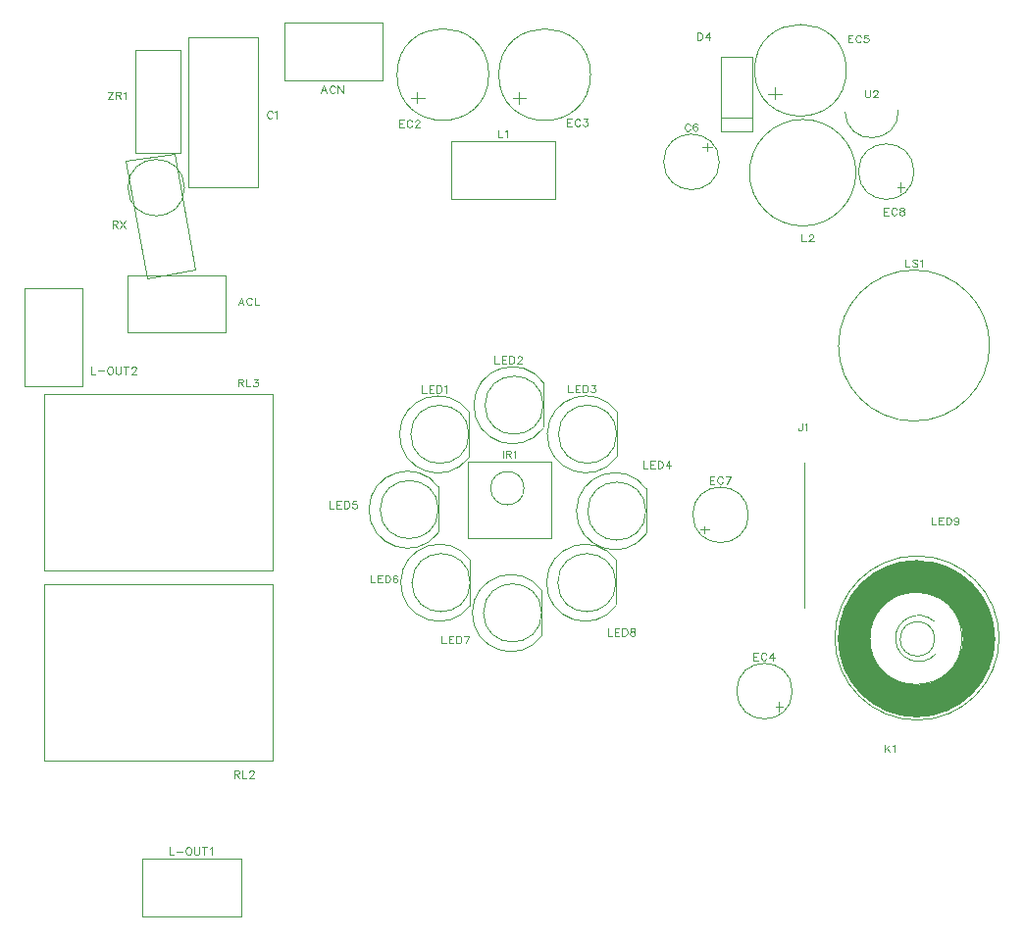
<source format=gto>
G04 Layer: TopSilkscreenLayer*
G04 EasyEDA Pro v1.8.39.fb3963, 2022-10-20 14:29:14*
G04 Gerber Generator version 0.3*
G04 Scale: 100 percent, Rotated: No, Reflected: No*
G04 Dimensions in millimeters*
G04 Leading zeros omitted, absolute positions, 4 integers and 2 decimals*
%FSLAX42Y42*%
%MOMM*%
%ADD10C,0.1*%
%ADD11C,2.799999*%
G75*


G04 Text Start*
G04 //text: K1*
G54D10*
G01X101298Y58122D02*
G01X101298Y58057D01*
G01X101341Y58122D02*
G01X101298Y58079D01*
G01X101313Y58094D02*
G01X101341Y58057D01*
G01X101365Y58110D02*
G01X101371Y58113D01*
G01X101381Y58122D01*
G01Y58057D01*
G04 //text: D4*
G01X99678Y64272D02*
G01X99678Y64207D01*
G01X99678Y64272D02*
G01X99699Y64272D01*
G01X99708Y64269D01*
G01X99715Y64263D01*
G01X99718Y64256D01*
G01X99721Y64247D01*
G01Y64232D01*
G01X99718Y64223D01*
G01X99715Y64217D01*
G01X99708Y64211D01*
G01X99699Y64207D01*
G01X99678D01*
G01X99776Y64272D02*
G01X99745Y64229D01*
G01X99791D01*
G01X99776Y64272D02*
G01X99776Y64207D01*
G04 //text: IR1*
G01X98000Y60661D02*
G01X98000Y60597D01*
G01X98025Y60661D02*
G01X98025Y60597D01*
G01X98025Y60661D02*
G01X98052Y60661D01*
G01X98061Y60658D01*
G01X98064Y60655D01*
G01X98067Y60649D01*
G01Y60643D01*
G01X98064Y60636D01*
G01X98061Y60633D01*
G01X98052Y60630D01*
G01X98025D01*
G01X98046Y60630D02*
G01X98067Y60597D01*
G01X98092Y60649D02*
G01X98098Y60652D01*
G01X98107Y60661D01*
G01Y60597D01*
G04 //text: LED9*
G01X101699Y60087D02*
G01X101699Y60022D01*
G01X101699Y60022D02*
G01X101736Y60022D01*
G01X101760Y60087D02*
G01X101760Y60022D01*
G01X101760Y60087D02*
G01X101800Y60087D01*
G01X101760Y60056D02*
G01X101785Y60056D01*
G01X101760Y60022D02*
G01X101800Y60022D01*
G01X101825Y60087D02*
G01X101825Y60022D01*
G01X101825Y60087D02*
G01X101846Y60087D01*
G01X101855Y60084D01*
G01X101861Y60078D01*
G01X101865Y60071D01*
G01X101868Y60062D01*
G01Y60047D01*
G01X101865Y60038D01*
G01X101861Y60032D01*
G01X101855Y60026D01*
G01X101846Y60022D01*
G01X101825D01*
G01X101932Y60065D02*
G01X101929Y60056D01*
G01X101923Y60050D01*
G01X101914Y60047D01*
G01X101911D01*
G01X101902Y60050D01*
G01X101895Y60056D01*
G01X101892Y60065D01*
G01Y60068D01*
G01X101895Y60078D01*
G01X101902Y60084D01*
G01X101911Y60087D01*
G01X101914D01*
G01X101923Y60084D01*
G01X101929Y60078D01*
G01X101932Y60065D01*
G01Y60050D01*
G01X101929Y60035D01*
G01X101923Y60026D01*
G01X101914Y60022D01*
G01X101908D01*
G01X101899Y60026D01*
G01X101895Y60032D01*
G04 //text: LS1*
G01X101473Y62313D02*
G01X101473Y62249D01*
G01X101473Y62249D02*
G01X101510Y62249D01*
G01X101578Y62304D02*
G01X101571Y62310D01*
G01X101562Y62313D01*
G01X101550D01*
G01X101541Y62310D01*
G01X101535Y62304D01*
G01Y62298D01*
G01X101538Y62292D01*
G01X101541Y62289D01*
G01X101547Y62286D01*
G01X101565Y62280D01*
G01X101571Y62277D01*
G01X101574Y62273D01*
G01X101578Y62267D01*
G01Y62258D01*
G01X101571Y62252D01*
G01X101562Y62249D01*
G01X101550D01*
G01X101541Y62252D01*
G01X101535Y62258D01*
G01X101602Y62301D02*
G01X101608Y62304D01*
G01X101617Y62313D01*
G01Y62249D01*
G04 //text: J1*
G01X100581Y60897D02*
G01X100581Y60848D01*
G01X100578Y60839D01*
G01X100575Y60836D01*
G01X100569Y60833D01*
G01X100563D01*
G01X100557Y60836D01*
G01X100554Y60839D01*
G01X100551Y60848D01*
G01Y60854D01*
G01X100606Y60885D02*
G01X100612Y60888D01*
G01X100621Y60897D01*
G01Y60833D01*
G04 //text: RL2*
G01X95681Y57899D02*
G01X95681Y57835D01*
G01X95681Y57899D02*
G01X95708Y57899D01*
G01X95718Y57896D01*
G01X95721Y57893D01*
G01X95724Y57887D01*
G01Y57881D01*
G01X95721Y57875D01*
G01X95718Y57872D01*
G01X95708Y57868D01*
G01X95681D01*
G01X95702Y57868D02*
G01X95724Y57835D01*
G01X95748Y57899D02*
G01X95748Y57835D01*
G01X95748Y57835D02*
G01X95785Y57835D01*
G01X95813Y57884D02*
G01X95813Y57887D01*
G01X95816Y57893D01*
G01X95819Y57896D01*
G01X95825Y57899D01*
G01X95837D01*
G01X95843Y57896D01*
G01X95847Y57893D01*
G01X95850Y57887D01*
G01Y57881D01*
G01X95847Y57875D01*
G01X95840Y57865D01*
G01X95810Y57835D01*
G01X95853D01*
G04 //text: RL3*
G01X95714Y61279D02*
G01X95714Y61215D01*
G01X95714Y61279D02*
G01X95741Y61279D01*
G01X95750Y61276D01*
G01X95753Y61273D01*
G01X95756Y61267D01*
G01Y61261D01*
G01X95753Y61255D01*
G01X95750Y61252D01*
G01X95741Y61248D01*
G01X95714D01*
G01X95735Y61248D02*
G01X95756Y61215D01*
G01X95781Y61279D02*
G01X95781Y61215D01*
G01X95781Y61215D02*
G01X95818Y61215D01*
G01X95848Y61279D02*
G01X95882Y61279D01*
G01X95864Y61255D01*
G01X95873D01*
G01X95879Y61252D01*
G01X95882Y61248D01*
G01X95885Y61239D01*
G01Y61233D01*
G01X95882Y61224D01*
G01X95876Y61218D01*
G01X95867Y61215D01*
G01X95858D01*
G01X95848Y61218D01*
G01X95845Y61221D01*
G01X95842Y61227D01*
G04 //text: EC7*
G01X99786Y60439D02*
G01X99786Y60375D01*
G01X99786Y60439D02*
G01X99826Y60439D01*
G01X99786Y60408D02*
G01X99810Y60408D01*
G01X99786Y60375D02*
G01X99826Y60375D01*
G01X99896Y60424D02*
G01X99893Y60430D01*
G01X99887Y60436D01*
G01X99881Y60439D01*
G01X99869D01*
G01X99863Y60436D01*
G01X99856Y60430D01*
G01X99853Y60424D01*
G01X99850Y60414D01*
G01Y60399D01*
G01X99853Y60390D01*
G01X99856Y60384D01*
G01X99863Y60378D01*
G01X99869Y60375D01*
G01X99881D01*
G01X99887Y60378D01*
G01X99893Y60384D01*
G01X99896Y60390D01*
G01X99964Y60439D02*
G01X99933Y60375D01*
G01X99921Y60439D02*
G01X99964Y60439D01*
G04 //text: EC4*
G01X100164Y58916D02*
G01X100164Y58851D01*
G01X100164Y58916D02*
G01X100204Y58916D01*
G01X100164Y58885D02*
G01X100188Y58885D01*
G01X100164Y58851D02*
G01X100204Y58851D01*
G01X100274Y58901D02*
G01X100271Y58907D01*
G01X100265Y58913D01*
G01X100259Y58916D01*
G01X100247D01*
G01X100241Y58913D01*
G01X100234Y58907D01*
G01X100231Y58901D01*
G01X100228Y58891D01*
G01Y58876D01*
G01X100231Y58867D01*
G01X100234Y58861D01*
G01X100241Y58855D01*
G01X100247Y58851D01*
G01X100259D01*
G01X100265Y58855D01*
G01X100271Y58861D01*
G01X100274Y58867D01*
G01X100330Y58916D02*
G01X100299Y58873D01*
G01X100345D01*
G01X100330Y58916D02*
G01X100330Y58851D01*
G04 //text: EC8*
G01X101289Y62759D02*
G01X101289Y62695D01*
G01X101289Y62759D02*
G01X101328Y62759D01*
G01X101289Y62728D02*
G01X101313Y62728D01*
G01X101289Y62695D02*
G01X101328Y62695D01*
G01X101399Y62744D02*
G01X101396Y62750D01*
G01X101390Y62756D01*
G01X101384Y62759D01*
G01X101371D01*
G01X101365Y62756D01*
G01X101359Y62750D01*
G01X101356Y62744D01*
G01X101353Y62735D01*
G01Y62719D01*
G01X101356Y62710D01*
G01X101359Y62704D01*
G01X101365Y62698D01*
G01X101371Y62695D01*
G01X101384D01*
G01X101390Y62698D01*
G01X101396Y62704D01*
G01X101399Y62710D01*
G01X101439Y62759D02*
G01X101430Y62756D01*
G01X101426Y62750D01*
G01Y62744D01*
G01X101430Y62738D01*
G01X101436Y62735D01*
G01X101448Y62732D01*
G01X101457Y62728D01*
G01X101463Y62722D01*
G01X101466Y62716D01*
G01Y62707D01*
G01X101463Y62701D01*
G01X101460Y62698D01*
G01X101451Y62695D01*
G01X101439D01*
G01X101430Y62698D01*
G01X101426Y62701D01*
G01X101423Y62707D01*
G01Y62716D01*
G01X101426Y62722D01*
G01X101433Y62728D01*
G01X101442Y62732D01*
G01X101454Y62735D01*
G01X101460Y62738D01*
G01X101463Y62744D01*
G01Y62750D01*
G01X101460Y62756D01*
G01X101451Y62759D01*
G01X101439D01*
G04 //text: LED5*
G01X96504Y60227D02*
G01X96504Y60162D01*
G01X96504Y60162D02*
G01X96541Y60162D01*
G01X96565Y60227D02*
G01X96565Y60162D01*
G01X96565Y60227D02*
G01X96605Y60227D01*
G01X96565Y60196D02*
G01X96590Y60196D01*
G01X96565Y60162D02*
G01X96605Y60162D01*
G01X96630Y60227D02*
G01X96630Y60162D01*
G01X96630Y60227D02*
G01X96651Y60227D01*
G01X96660Y60224D01*
G01X96666Y60218D01*
G01X96670Y60211D01*
G01X96673Y60202D01*
G01Y60187D01*
G01X96670Y60178D01*
G01X96666Y60172D01*
G01X96660Y60166D01*
G01X96651Y60162D01*
G01X96630D01*
G01X96734Y60227D02*
G01X96704Y60227D01*
G01X96700Y60199D01*
G01X96704Y60202D01*
G01X96713Y60205D01*
G01X96722D01*
G01X96731Y60202D01*
G01X96737Y60196D01*
G01X96740Y60187D01*
G01Y60181D01*
G01X96737Y60172D01*
G01X96731Y60166D01*
G01X96722Y60162D01*
G01X96713D01*
G01X96704Y60166D01*
G01X96700Y60169D01*
G01X96697Y60175D01*
G04 //text: LED6*
G01X96857Y59587D02*
G01X96857Y59522D01*
G01X96857Y59522D02*
G01X96893Y59522D01*
G01X96918Y59587D02*
G01X96918Y59522D01*
G01X96918Y59587D02*
G01X96958Y59587D01*
G01X96918Y59556D02*
G01X96942Y59556D01*
G01X96918Y59522D02*
G01X96958Y59522D01*
G01X96982Y59587D02*
G01X96982Y59522D01*
G01X96982Y59587D02*
G01X97004Y59587D01*
G01X97013Y59584D01*
G01X97019Y59578D01*
G01X97022Y59571D01*
G01X97025Y59562D01*
G01Y59547D01*
G01X97022Y59538D01*
G01X97019Y59532D01*
G01X97013Y59526D01*
G01X97004Y59522D01*
G01X96982D01*
G01X97087Y59578D02*
G01X97083Y59584D01*
G01X97074Y59587D01*
G01X97068D01*
G01X97059Y59584D01*
G01X97053Y59575D01*
G01X97050Y59559D01*
G01Y59544D01*
G01X97053Y59532D01*
G01X97059Y59526D01*
G01X97068Y59522D01*
G01X97071D01*
G01X97080Y59526D01*
G01X97087Y59532D01*
G01X97090Y59541D01*
G01Y59544D01*
G01X97087Y59553D01*
G01X97080Y59559D01*
G01X97071Y59562D01*
G01X97068D01*
G01X97059Y59559D01*
G01X97053Y59553D01*
G01X97050Y59544D01*
G04 //text: LED7*
G01X97472Y59062D02*
G01X97472Y58997D01*
G01X97472Y58997D02*
G01X97508Y58997D01*
G01X97533Y59062D02*
G01X97533Y58997D01*
G01X97533Y59062D02*
G01X97573Y59062D01*
G01X97533Y59031D02*
G01X97557Y59031D01*
G01X97533Y58997D02*
G01X97573Y58997D01*
G01X97597Y59062D02*
G01X97597Y58997D01*
G01X97597Y59062D02*
G01X97619Y59062D01*
G01X97628Y59059D01*
G01X97634Y59053D01*
G01X97637Y59046D01*
G01X97640Y59037D01*
G01Y59022D01*
G01X97637Y59013D01*
G01X97634Y59007D01*
G01X97628Y59001D01*
G01X97619Y58997D01*
G01X97597D01*
G01X97708Y59062D02*
G01X97677Y58997D01*
G01X97665Y59062D02*
G01X97708Y59062D01*
G04 //text: LED8*
G01X98904Y59127D02*
G01X98904Y59062D01*
G01X98904Y59062D02*
G01X98941Y59062D01*
G01X98965Y59127D02*
G01X98965Y59062D01*
G01X98965Y59127D02*
G01X99005Y59127D01*
G01X98965Y59096D02*
G01X98990Y59096D01*
G01X98965Y59062D02*
G01X99005Y59062D01*
G01X99030Y59127D02*
G01X99030Y59062D01*
G01X99030Y59127D02*
G01X99051Y59127D01*
G01X99060Y59124D01*
G01X99066Y59118D01*
G01X99070Y59111D01*
G01X99073Y59102D01*
G01Y59087D01*
G01X99070Y59078D01*
G01X99066Y59072D01*
G01X99060Y59066D01*
G01X99051Y59062D01*
G01X99030D01*
G01X99113Y59127D02*
G01X99104Y59124D01*
G01X99100Y59118D01*
G01Y59111D01*
G01X99104Y59105D01*
G01X99110Y59102D01*
G01X99122Y59099D01*
G01X99131Y59096D01*
G01X99137Y59090D01*
G01X99140Y59084D01*
G01Y59075D01*
G01X99137Y59069D01*
G01X99134Y59066D01*
G01X99125Y59062D01*
G01X99113D01*
G01X99104Y59066D01*
G01X99100Y59069D01*
G01X99097Y59075D01*
G01Y59084D01*
G01X99100Y59090D01*
G01X99107Y59096D01*
G01X99116Y59099D01*
G01X99128Y59102D01*
G01X99134Y59105D01*
G01X99137Y59111D01*
G01Y59118D01*
G01X99134Y59124D01*
G01X99125Y59127D01*
G01X99113D01*
G04 //text: LED4*
G01X99212Y60572D02*
G01X99212Y60507D01*
G01X99212Y60507D02*
G01X99248Y60507D01*
G01X99273Y60572D02*
G01X99273Y60507D01*
G01X99273Y60572D02*
G01X99313Y60572D01*
G01X99273Y60541D02*
G01X99297Y60541D01*
G01X99273Y60507D02*
G01X99313Y60507D01*
G01X99337Y60572D02*
G01X99337Y60507D01*
G01X99337Y60572D02*
G01X99359Y60572D01*
G01X99368Y60569D01*
G01X99374Y60563D01*
G01X99377Y60556D01*
G01X99380Y60547D01*
G01Y60532D01*
G01X99377Y60523D01*
G01X99374Y60517D01*
G01X99368Y60511D01*
G01X99359Y60507D01*
G01X99337D01*
G01X99435Y60572D02*
G01X99405Y60529D01*
G01X99451D01*
G01X99435Y60572D02*
G01X99435Y60507D01*
G04 //text: LED3*
G01X98563Y61227D02*
G01X98563Y61163D01*
G01X98563Y61163D02*
G01X98600Y61163D01*
G01X98625Y61227D02*
G01X98625Y61163D01*
G01X98625Y61227D02*
G01X98664Y61227D01*
G01X98625Y61196D02*
G01X98649Y61196D01*
G01X98625Y61163D02*
G01X98664Y61163D01*
G01X98689Y61227D02*
G01X98689Y61163D01*
G01X98689Y61227D02*
G01X98710Y61227D01*
G01X98720Y61224D01*
G01X98726Y61218D01*
G01X98729Y61212D01*
G01X98732Y61202D01*
G01Y61187D01*
G01X98729Y61178D01*
G01X98726Y61172D01*
G01X98720Y61166D01*
G01X98710Y61163D01*
G01X98689D01*
G01X98763Y61227D02*
G01X98796Y61227D01*
G01X98778Y61202D01*
G01X98787D01*
G01X98793Y61199D01*
G01X98796Y61196D01*
G01X98799Y61187D01*
G01Y61181D01*
G01X98796Y61172D01*
G01X98790Y61166D01*
G01X98781Y61163D01*
G01X98772D01*
G01X98763Y61166D01*
G01X98760Y61169D01*
G01X98757Y61175D01*
G04 //text: LED2*
G01X97929Y61478D02*
G01X97929Y61414D01*
G01X97929Y61414D02*
G01X97966Y61414D01*
G01X97990Y61478D02*
G01X97990Y61414D01*
G01X97990Y61478D02*
G01X98030Y61478D01*
G01X97990Y61448D02*
G01X98015Y61448D01*
G01X97990Y61414D02*
G01X98030Y61414D01*
G01X98055Y61478D02*
G01X98055Y61414D01*
G01X98055Y61478D02*
G01X98076Y61478D01*
G01X98085Y61475D01*
G01X98092Y61469D01*
G01X98095Y61463D01*
G01X98098Y61454D01*
G01Y61438D01*
G01X98095Y61429D01*
G01X98092Y61423D01*
G01X98085Y61417D01*
G01X98076Y61414D01*
G01X98055D01*
G01X98126Y61463D02*
G01X98126Y61466D01*
G01X98129Y61472D01*
G01X98132Y61475D01*
G01X98138Y61478D01*
G01X98150D01*
G01X98156Y61475D01*
G01X98159Y61472D01*
G01X98162Y61466D01*
G01Y61460D01*
G01X98159Y61454D01*
G01X98153Y61444D01*
G01X98123Y61414D01*
G01X98165D01*
G04 //text: LED1*
G01X97302Y61226D02*
G01X97302Y61162D01*
G01X97302Y61162D02*
G01X97338Y61162D01*
G01X97363Y61226D02*
G01X97363Y61162D01*
G01X97363Y61226D02*
G01X97403Y61226D01*
G01X97363Y61195D02*
G01X97388Y61195D01*
G01X97363Y61162D02*
G01X97403Y61162D01*
G01X97427Y61226D02*
G01X97427Y61162D01*
G01X97427Y61226D02*
G01X97449Y61226D01*
G01X97458Y61223D01*
G01X97464Y61217D01*
G01X97467Y61211D01*
G01X97470Y61202D01*
G01Y61186D01*
G01X97467Y61177D01*
G01X97464Y61171D01*
G01X97458Y61165D01*
G01X97449Y61162D01*
G01X97427D01*
G01X97495Y61214D02*
G01X97501Y61217D01*
G01X97510Y61226D01*
G01Y61162D01*
G04 //text: L2*
G01X100578Y62532D02*
G01X100578Y62467D01*
G01X100578Y62467D02*
G01X100615Y62467D01*
G01X100642Y62516D02*
G01X100642Y62520D01*
G01X100645Y62526D01*
G01X100648Y62529D01*
G01X100655Y62532D01*
G01X100667D01*
G01X100673Y62529D01*
G01X100676Y62526D01*
G01X100679Y62520D01*
G01Y62513D01*
G01X100676Y62507D01*
G01X100670Y62498D01*
G01X100639Y62467D01*
G01X100682D01*
G04 //text: U2*
G01X101127Y63776D02*
G01X101127Y63730D01*
G01X101130Y63721D01*
G01X101136Y63715D01*
G01X101145Y63712D01*
G01X101151D01*
G01X101160Y63715D01*
G01X101166Y63721D01*
G01X101169Y63730D01*
G01Y63776D01*
G01X101197Y63761D02*
G01X101197Y63764D01*
G01X101200Y63770D01*
G01X101203Y63773D01*
G01X101209Y63776D01*
G01X101222D01*
G01X101228Y63773D01*
G01X101231Y63770D01*
G01X101234Y63764D01*
G01Y63757D01*
G01X101231Y63751D01*
G01X101225Y63742D01*
G01X101194Y63712D01*
G01X101237D01*
G04 //text: C6*
G01X99615Y63472D02*
G01X99612Y63479D01*
G01X99606Y63485D01*
G01X99600Y63488D01*
G01X99588D01*
G01X99582Y63485D01*
G01X99576Y63479D01*
G01X99573Y63472D01*
G01X99570Y63463D01*
G01Y63448D01*
G01X99573Y63439D01*
G01X99576Y63433D01*
G01X99582Y63426D01*
G01X99588Y63423D01*
G01X99600D01*
G01X99606Y63426D01*
G01X99612Y63433D01*
G01X99615Y63439D01*
G01X99677Y63479D02*
G01X99674Y63485D01*
G01X99665Y63488D01*
G01X99658D01*
G01X99649Y63485D01*
G01X99643Y63476D01*
G01X99640Y63460D01*
G01Y63445D01*
G01X99643Y63433D01*
G01X99649Y63426D01*
G01X99658Y63423D01*
G01X99661D01*
G01X99671Y63426D01*
G01X99677Y63433D01*
G01X99680Y63442D01*
G01Y63445D01*
G01X99677Y63454D01*
G01X99671Y63460D01*
G01X99661Y63463D01*
G01X99658D01*
G01X99649Y63460D01*
G01X99643Y63454D01*
G01X99640Y63445D01*
G04 //text: L1*
G01X97956Y63429D02*
G01X97956Y63365D01*
G01X97956Y63365D02*
G01X97992Y63365D01*
G01X98017Y63417D02*
G01X98023Y63420D01*
G01X98033Y63429D01*
G01Y63365D01*
G04 //text: EC5*
G01X100979Y64252D02*
G01X100979Y64187D01*
G01X100979Y64252D02*
G01X101018Y64252D01*
G01X100979Y64221D02*
G01X101003Y64221D01*
G01X100979Y64187D02*
G01X101018Y64187D01*
G01X101089Y64236D02*
G01X101086Y64243D01*
G01X101080Y64249D01*
G01X101074Y64252D01*
G01X101061D01*
G01X101055Y64249D01*
G01X101049Y64243D01*
G01X101046Y64236D01*
G01X101043Y64227D01*
G01Y64212D01*
G01X101046Y64203D01*
G01X101049Y64197D01*
G01X101055Y64191D01*
G01X101061Y64187D01*
G01X101074D01*
G01X101080Y64191D01*
G01X101086Y64197D01*
G01X101089Y64203D01*
G01X101150Y64252D02*
G01X101120Y64252D01*
G01X101116Y64224D01*
G01X101120Y64227D01*
G01X101129Y64230D01*
G01X101138D01*
G01X101147Y64227D01*
G01X101153Y64221D01*
G01X101156Y64212D01*
G01Y64206D01*
G01X101153Y64197D01*
G01X101147Y64191D01*
G01X101138Y64187D01*
G01X101129D01*
G01X101120Y64191D01*
G01X101116Y64194D01*
G01X101113Y64200D01*
G04 //text: EC3*
G01X98556Y63527D02*
G01X98556Y63462D01*
G01X98556Y63527D02*
G01X98596Y63527D01*
G01X98556Y63496D02*
G01X98580Y63496D01*
G01X98556Y63462D02*
G01X98596Y63462D01*
G01X98666Y63511D02*
G01X98663Y63518D01*
G01X98657Y63524D01*
G01X98651Y63527D01*
G01X98639D01*
G01X98633Y63524D01*
G01X98626Y63518D01*
G01X98623Y63511D01*
G01X98620Y63502D01*
G01Y63487D01*
G01X98623Y63478D01*
G01X98626Y63472D01*
G01X98633Y63466D01*
G01X98639Y63462D01*
G01X98651D01*
G01X98657Y63466D01*
G01X98663Y63472D01*
G01X98666Y63478D01*
G01X98697Y63527D02*
G01X98731Y63527D01*
G01X98712Y63502D01*
G01X98722D01*
G01X98728Y63499D01*
G01X98731Y63496D01*
G01X98734Y63487D01*
G01Y63481D01*
G01X98731Y63472D01*
G01X98725Y63466D01*
G01X98715Y63462D01*
G01X98706D01*
G01X98697Y63466D01*
G01X98694Y63469D01*
G01X98691Y63475D01*
G04 //text: EC2*
G01X97104Y63519D02*
G01X97104Y63455D01*
G01X97104Y63519D02*
G01X97143Y63519D01*
G01X97104Y63488D02*
G01X97128Y63488D01*
G01X97104Y63455D02*
G01X97143Y63455D01*
G01X97214Y63504D02*
G01X97211Y63510D01*
G01X97205Y63516D01*
G01X97199Y63519D01*
G01X97186D01*
G01X97180Y63516D01*
G01X97174Y63510D01*
G01X97171Y63504D01*
G01X97168Y63495D01*
G01Y63479D01*
G01X97171Y63470D01*
G01X97174Y63464D01*
G01X97180Y63458D01*
G01X97186Y63455D01*
G01X97199D01*
G01X97205Y63458D01*
G01X97211Y63464D01*
G01X97214Y63470D01*
G01X97241Y63504D02*
G01X97241Y63507D01*
G01X97245Y63513D01*
G01X97248Y63516D01*
G01X97254Y63519D01*
G01X97266D01*
G01X97272Y63516D01*
G01X97275Y63513D01*
G01X97278Y63507D01*
G01Y63501D01*
G01X97275Y63495D01*
G01X97269Y63485D01*
G01X97238Y63455D01*
G01X97281D01*
G04 //text: RX*
G01X94628Y62649D02*
G01X94628Y62585D01*
G01X94628Y62649D02*
G01X94655Y62649D01*
G01X94665Y62646D01*
G01X94668Y62643D01*
G01X94671Y62637D01*
G01Y62631D01*
G01X94668Y62625D01*
G01X94665Y62622D01*
G01X94655Y62618D01*
G01X94628D01*
G01X94649Y62618D02*
G01X94671Y62585D01*
G01X94695Y62649D02*
G01X94738Y62585D01*
G01X94738Y62649D02*
G01X94695Y62585D01*
G04 //text: ACL*
G01X95738Y61984D02*
G01X95714Y61920D01*
G01X95738Y61984D02*
G01X95762Y61920D01*
G01X95723Y61941D02*
G01X95753Y61941D01*
G01X95833Y61969D02*
G01X95830Y61975D01*
G01X95824Y61981D01*
G01X95818Y61984D01*
G01X95806D01*
G01X95799Y61981D01*
G01X95793Y61975D01*
G01X95790Y61969D01*
G01X95787Y61960D01*
G01Y61944D01*
G01X95790Y61935D01*
G01X95793Y61929D01*
G01X95799Y61923D01*
G01X95806Y61920D01*
G01X95818D01*
G01X95824Y61923D01*
G01X95830Y61929D01*
G01X95833Y61935D01*
G01X95858Y61984D02*
G01X95858Y61920D01*
G01X95858Y61920D02*
G01X95894Y61920D01*
G04 //text: L-OUT1*
G01X95120Y57235D02*
G01X95120Y57170D01*
G01X95120Y57170D02*
G01X95156Y57170D01*
G01X95181Y57198D02*
G01X95236Y57198D01*
G01X95279Y57235D02*
G01X95273Y57232D01*
G01X95267Y57226D01*
G01X95264Y57219D01*
G01X95260Y57210D01*
G01Y57195D01*
G01X95264Y57186D01*
G01X95267Y57180D01*
G01X95273Y57173D01*
G01X95279Y57170D01*
G01X95291D01*
G01X95297Y57173D01*
G01X95303Y57180D01*
G01X95306Y57186D01*
G01X95309Y57195D01*
G01Y57210D01*
G01X95306Y57219D01*
G01X95303Y57226D01*
G01X95297Y57232D01*
G01X95291Y57235D01*
G01X95279D01*
G01X95334Y57235D02*
G01X95334Y57189D01*
G01X95337Y57180D01*
G01X95343Y57173D01*
G01X95352Y57170D01*
G01X95359D01*
G01X95368Y57173D01*
G01X95374Y57180D01*
G01X95377Y57189D01*
G01Y57235D01*
G01X95423Y57235D02*
G01X95423Y57170D01*
G01X95402Y57235D02*
G01X95444Y57235D01*
G01X95469Y57223D02*
G01X95475Y57226D01*
G01X95485Y57235D01*
G01Y57170D01*
G04 //text: L-OUT2*
G01X94443Y61387D02*
G01X94443Y61322D01*
G01X94443Y61322D02*
G01X94479Y61322D01*
G01X94504Y61350D02*
G01X94559Y61350D01*
G01X94602Y61387D02*
G01X94596Y61384D01*
G01X94590Y61378D01*
G01X94587Y61371D01*
G01X94584Y61362D01*
G01Y61347D01*
G01X94587Y61338D01*
G01X94590Y61332D01*
G01X94596Y61326D01*
G01X94602Y61322D01*
G01X94614D01*
G01X94621Y61326D01*
G01X94627Y61332D01*
G01X94630Y61338D01*
G01X94633Y61347D01*
G01Y61362D01*
G01X94630Y61371D01*
G01X94627Y61378D01*
G01X94621Y61384D01*
G01X94614Y61387D01*
G01X94602D01*
G01X94657Y61387D02*
G01X94657Y61341D01*
G01X94660Y61332D01*
G01X94667Y61326D01*
G01X94676Y61322D01*
G01X94682D01*
G01X94691Y61326D01*
G01X94697Y61332D01*
G01X94700Y61341D01*
G01Y61387D01*
G01X94746Y61387D02*
G01X94746Y61322D01*
G01X94725Y61387D02*
G01X94768Y61387D01*
G01X94795Y61371D02*
G01X94795Y61375D01*
G01X94799Y61381D01*
G01X94802Y61384D01*
G01X94808Y61387D01*
G01X94820D01*
G01X94826Y61384D01*
G01X94829Y61381D01*
G01X94832Y61375D01*
G01Y61368D01*
G01X94829Y61362D01*
G01X94823Y61353D01*
G01X94792Y61322D01*
G01X94835D01*
G04 //text: ACN*
G01X96455Y63814D02*
G01X96431Y63750D01*
G01X96455Y63814D02*
G01X96480Y63750D01*
G01X96440Y63771D02*
G01X96471Y63771D01*
G01X96550Y63799D02*
G01X96547Y63805D01*
G01X96541Y63811D01*
G01X96535Y63814D01*
G01X96523D01*
G01X96517Y63811D01*
G01X96511Y63805D01*
G01X96508Y63799D01*
G01X96504Y63790D01*
G01Y63774D01*
G01X96508Y63765D01*
G01X96511Y63759D01*
G01X96517Y63753D01*
G01X96523Y63750D01*
G01X96535D01*
G01X96541Y63753D01*
G01X96547Y63759D01*
G01X96550Y63765D01*
G01X96575Y63814D02*
G01X96575Y63750D01*
G01X96575Y63814D02*
G01X96618Y63750D01*
G01X96618Y63814D02*
G01X96618Y63750D01*
G04 //text: C1*
G01X96009Y63581D02*
G01X96006Y63588D01*
G01X96000Y63594D01*
G01X95993Y63597D01*
G01X95981D01*
G01X95975Y63594D01*
G01X95969Y63588D01*
G01X95966Y63581D01*
G01X95963Y63572D01*
G01Y63557D01*
G01X95966Y63548D01*
G01X95969Y63542D01*
G01X95975Y63536D01*
G01X95981Y63532D01*
G01X95993D01*
G01X96000Y63536D01*
G01X96006Y63542D01*
G01X96009Y63548D01*
G01X96033Y63585D02*
G01X96040Y63588D01*
G01X96049Y63597D01*
G01Y63532D01*
G04 //text: ZR1*
G01X94634Y63762D02*
G01X94591Y63697D01*
G01X94591Y63762D02*
G01X94634Y63762D01*
G01X94591Y63697D02*
G01X94634Y63697D01*
G01X94658Y63762D02*
G01X94658Y63697D01*
G01X94658Y63762D02*
G01X94686Y63762D01*
G01X94695Y63759D01*
G01X94698Y63756D01*
G01X94701Y63750D01*
G01Y63743D01*
G01X94698Y63737D01*
G01X94695Y63734D01*
G01X94686Y63731D01*
G01X94658D01*
G01X94680Y63731D02*
G01X94701Y63697D01*
G01X94726Y63750D02*
G01X94732Y63753D01*
G01X94741Y63762D01*
G01Y63697D01*
G04 Text End*

G04 PolygonModel Start*
G01X100153Y64066D02*
G01X99884Y64066D01*
G01X100153Y64066D02*
G01X100153Y63418D01*
G01X100153Y63418D02*
G01X99884Y63418D01*
G01X99884Y64066D02*
G01X99884Y63418D01*
G01X100146Y63541D02*
G01X99886Y63541D01*
G01X97698Y59907D02*
G01X97698Y60564D01*
G01X97698Y59907D02*
G01X98416Y59907D01*
G01X98416Y59907D02*
G01X98416Y60564D01*
G01X97698Y60564D02*
G01X98416Y60564D01*
G01X101722Y59187D02*
G03X101737Y58905I-134J-148D01*
G01X100605Y59301D02*
G01X100605Y60561D01*
G01X94039Y59506D02*
G01X94039Y57981D01*
G01X94039Y57981D02*
G01X96011Y57981D01*
G01X96011Y59506D02*
G01X96011Y57981D01*
G01X94039Y59506D02*
G01X96011Y59506D01*
G01X94037Y61147D02*
G01X94037Y59622D01*
G01X94037Y59622D02*
G01X96008Y59622D01*
G01X96008Y61147D02*
G01X96008Y59622D01*
G01X94037Y61147D02*
G01X96008Y61147D01*
G01X99741Y60010D02*
G01X99741Y59947D01*
G01X99784Y59983D02*
G01X99702Y59983D01*
G01X100355Y58447D02*
G01X100418Y58447D01*
G01X100382Y58490D02*
G01X100382Y58408D01*
G01X101406Y62935D02*
G01X101468Y62935D01*
G01X101433Y62978D02*
G01X101433Y62896D01*
G01X97447Y60344D02*
G03X97443Y59953I-271J-193D01*
G01X97442Y59967D02*
G01X97442Y60351D01*
G01X97721Y59713D02*
G03X97718Y59322I-271J-193D01*
G01X97717Y59336D02*
G01X97717Y59720D01*
G01X98339Y59451D02*
G03X98336Y59061I-271J-193D01*
G01X98335Y59074D02*
G01X98335Y59458D01*
G01X98980Y59713D02*
G03X98977Y59322I-271J-193D01*
G01X98976Y59336D02*
G01X98976Y59719D01*
G01X99238Y60331D02*
G03X99235Y59940I-271J-193D01*
G01X99234Y59954D02*
G01X99234Y60338D01*
G01X98986Y60995D02*
G03X98983Y60604I-271J-193D01*
G01X98982Y60617D02*
G01X98982Y61001D01*
G01X98352Y61246D02*
G03X98349Y60855I-271J-193D01*
G01X98348Y60869D02*
G01X98348Y61253D01*
G01X97711Y60994D02*
G03X97708Y60603I-271J-193D01*
G01X97707Y60617D02*
G01X97707Y61001D01*
G01X100953Y63585D02*
G03X101413Y63602I230J9D01*
G01X99722Y63281D02*
G01X99804Y63281D01*
G01X99765Y63316D02*
G01X99765Y63253D01*
G01X98453Y63332D02*
G01X97550Y63332D01*
G01X98453Y62833D02*
G01X98453Y63332D01*
G01X98453Y62833D02*
G01X97550Y62833D01*
G01X97550Y62833D02*
G01X97550Y63332D01*
G01X100348Y63698D02*
G01X100348Y63797D01*
G01X100408Y63741D02*
G01X100291Y63741D01*
G01X98139Y63660D02*
G01X98139Y63759D01*
G01X98200Y63703D02*
G01X98083Y63703D01*
G01X97261Y63662D02*
G01X97261Y63761D01*
G01X97322Y63704D02*
G01X97204Y63704D01*
G01X94740Y63162D02*
G01X94928Y62148D01*
G01X95346Y62223D02*
G01X94928Y62148D01*
G01X95163Y63228D02*
G01X95346Y62223D01*
G01X95163Y63228D02*
G01X94746Y63162D01*
G01X94762Y62178D02*
G01X94762Y61682D01*
G01X95609Y62178D02*
G01X94762Y62178D01*
G01X95609Y62178D02*
G01X95609Y61682D01*
G01X95609Y61682D02*
G01X94762Y61682D01*
G01X94890Y57138D02*
G01X94890Y56641D01*
G01X95738Y57138D02*
G01X94890Y57138D01*
G01X95738Y57138D02*
G01X95738Y56641D01*
G01X95738Y56641D02*
G01X94890Y56641D01*
G01X93874Y61220D02*
G01X94370Y61220D01*
G01X93874Y62068D02*
G01X93874Y61220D01*
G01X93874Y62068D02*
G01X94370Y62068D01*
G01X94370Y62068D02*
G01X94370Y61220D01*
G01X96110Y64359D02*
G01X96110Y63863D01*
G01X96958Y64359D02*
G01X96110Y64359D01*
G01X96958Y64359D02*
G01X96958Y63863D01*
G01X96958Y63863D02*
G01X96110Y63863D01*
G01X95882Y64230D02*
G01X95280Y64230D01*
G01X95882Y62934D02*
G01X95882Y64230D01*
G01X95882Y62934D02*
G01X95280Y62934D01*
G01X95280Y62934D02*
G01X95280Y64230D01*
G01X94826Y64124D02*
G01X95219Y64124D01*
G01X95219Y64124D02*
G01X95219Y63237D01*
G01X94826Y63237D02*
G01X95219Y63237D01*
G01X94826Y64124D02*
G01X94826Y63237D01*
G04 PolygonModel End*

G04 Circle Start*
G54D11*
G01X101030Y59037D02*
G03X102110Y59037I540J0D01*
G03X101030I-540J0D01*
G54D10*
G01X101168Y59039D02*
G03X101962Y59039I397J0D01*
G03X101168I-397J0D01*
G01X100865Y59043D02*
G03X102283Y59043I709J0D01*
G03X100865I-709J0D01*
G01X97894Y60337D02*
G03X98182Y60337I144J0D01*
G03X97894I-144J0D01*
G01X101428Y59035D02*
G03X101727Y59035I149J0D01*
G03X101428I-149J0D01*
G01X100896Y61569D02*
G03X102201Y61569I652J0D01*
G03X100896I-652J0D01*
G01X99639Y60107D02*
G03X100118Y60107I240J0D01*
G03X99639I-240J0D01*
G01X100018Y58584D02*
G03X100497Y58584I240J0D01*
G03X100018I-240J0D01*
G01X101069Y63072D02*
G03X101548Y63072I240J0D01*
G03X101069I-240J0D01*
G01X96940Y60152D02*
G03X97442Y60152I251J0D01*
G03X96940I-251J0D01*
G01X97214Y59521D02*
G03X97717Y59521I251J0D01*
G03X97214I-251J0D01*
G01X97832Y59260D02*
G03X98334Y59260I251J0D01*
G03X97832I-251J0D01*
G01X98473Y59521D02*
G03X98975Y59521I251J0D01*
G03X98473I-251J0D01*
G01X98731Y60139D02*
G03X99234Y60139I251J0D01*
G03X98731I-251J0D01*
G01X98479Y60803D02*
G03X98982Y60803I251J0D01*
G03X98479I-251J0D01*
G01X97845Y61054D02*
G03X98348Y61054I251J0D01*
G03X97845I-251J0D01*
G01X97204Y60802D02*
G03X97706Y60802I251J0D01*
G03X97204I-251J0D01*
G01X100127Y63062D02*
G03X101048Y63062I460J0D01*
G03X100127I-460J0D01*
G01X99388Y63156D02*
G03X99867Y63156I240J0D01*
G03X99388I-240J0D01*
G01X100172Y63947D02*
G03X100964Y63947I396J0D01*
G03X100172I-396J0D01*
G01X97964Y63909D02*
G03X98756Y63909I396J0D01*
G03X97964I-396J0D01*
G01X97085Y63910D02*
G03X97878Y63910I396J0D01*
G03X97085I-396J0D01*
G01X94763Y62933D02*
G03X95250Y62933I244J0D01*
G03X94763I-244J0D01*
G04 Circle End*

M02*

</source>
